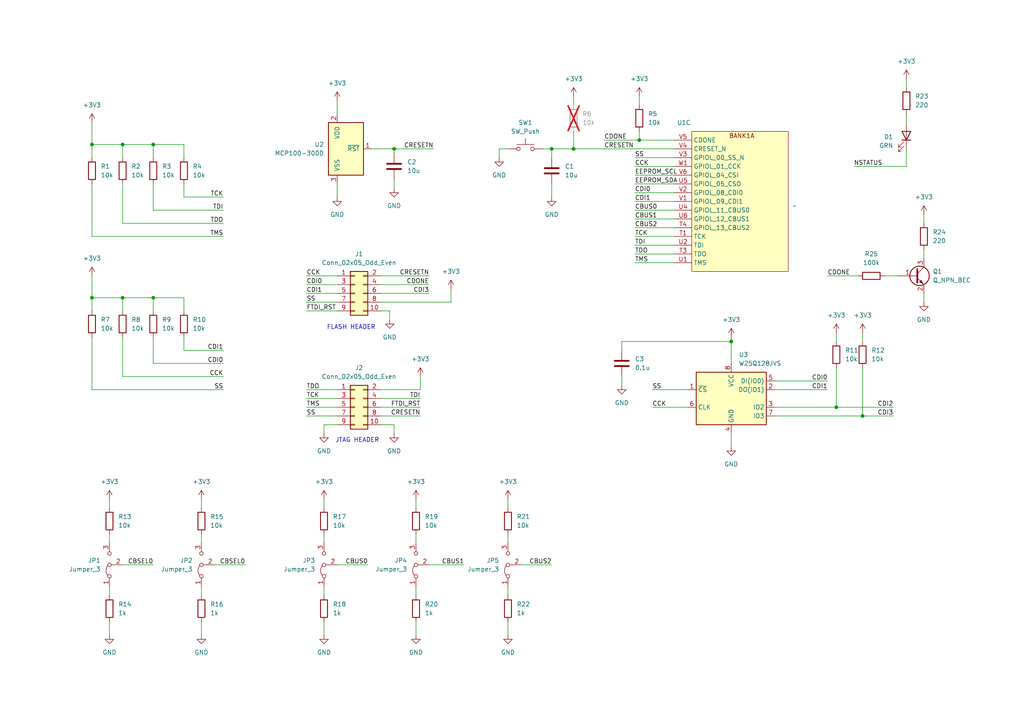
<source format=kicad_sch>
(kicad_sch (version 20231120) (generator "eeschema") (generator_version "8.0")
  (paper "A4")
  (junction (at 212.09 99.06))
  (junction (at 44.45 41.91))
  (junction (at 44.45 86.36))
  (junction (at 166.37 43.18))
  (junction (at 35.56 41.91))
  (junction (at 26.67 86.36))
  (junction (at 114.3 43.18))
  (junction (at 250.19 120.65))
  (junction (at 160.02 43.18))
  (junction (at 26.67 41.91))
  (junction (at 185.42 40.64))
  (junction (at 35.56 86.36))
  (junction (at 242.57 118.11))
  (wire (pts (xy 184.15 63.5) (xy 195.58 63.5)))
  (wire (pts (xy 31.75 154.94) (xy 31.75 157.48)))
  (wire (pts (xy 44.45 41.91) (xy 53.34 41.91)))
  (wire (pts (xy 44.45 53.34) (xy 44.45 60.96)))
  (wire (pts (xy 114.3 43.18) (xy 125.73 43.18)))
  (wire (pts (xy 35.56 109.22) (xy 64.77 109.22)))
  (wire (pts (xy 35.56 41.91) (xy 44.45 41.91)))
  (wire (pts (xy 114.3 43.18) (xy 114.3 44.45)))
  (wire (pts (xy 184.15 73.66) (xy 195.58 73.66)))
  (wire (pts (xy 62.23 163.83) (xy 71.12 163.83)))
  (wire (pts (xy 110.49 113.03) (xy 121.92 113.03)))
  (wire (pts (xy 113.03 92.71) (xy 113.03 90.17)))
  (wire (pts (xy 93.98 154.94) (xy 93.98 157.48)))
  (wire (pts (xy 31.75 170.18) (xy 31.75 172.72)))
  (wire (pts (xy 107.95 43.18) (xy 114.3 43.18)))
  (wire (pts (xy 224.79 110.49) (xy 240.03 110.49)))
  (wire (pts (xy 160.02 53.34) (xy 160.02 57.15)))
  (wire (pts (xy 240.03 80.01) (xy 248.92 80.01)))
  (wire (pts (xy 160.02 43.18) (xy 166.37 43.18)))
  (wire (pts (xy 185.42 40.64) (xy 195.58 40.64)))
  (wire (pts (xy 189.23 113.03) (xy 199.39 113.03)))
  (wire (pts (xy 110.49 80.01) (xy 124.46 80.01)))
  (wire (pts (xy 93.98 170.18) (xy 93.98 172.72)))
  (wire (pts (xy 184.15 68.58) (xy 195.58 68.58)))
  (wire (pts (xy 53.34 86.36) (xy 53.34 90.17)))
  (wire (pts (xy 110.49 82.55) (xy 124.46 82.55)))
  (wire (pts (xy 184.15 53.34) (xy 195.58 53.34)))
  (wire (pts (xy 147.32 154.94) (xy 147.32 157.48)))
  (wire (pts (xy 88.9 90.17) (xy 97.79 90.17)))
  (wire (pts (xy 35.56 86.36) (xy 35.56 90.17)))
  (wire (pts (xy 26.67 41.91) (xy 26.67 45.72)))
  (wire (pts (xy 26.67 68.58) (xy 64.77 68.58)))
  (wire (pts (xy 88.9 120.65) (xy 97.79 120.65)))
  (wire (pts (xy 58.42 170.18) (xy 58.42 172.72)))
  (wire (pts (xy 97.79 123.19) (xy 93.98 123.19)))
  (wire (pts (xy 262.89 48.26) (xy 247.65 48.26)))
  (wire (pts (xy 184.15 55.88) (xy 195.58 55.88)))
  (wire (pts (xy 160.02 43.18) (xy 160.02 45.72)))
  (wire (pts (xy 166.37 43.18) (xy 195.58 43.18)))
  (wire (pts (xy 157.48 43.18) (xy 160.02 43.18)))
  (wire (pts (xy 110.49 87.63) (xy 130.81 87.63)))
  (wire (pts (xy 26.67 86.36) (xy 35.56 86.36)))
  (wire (pts (xy 31.75 180.34) (xy 31.75 184.15)))
  (wire (pts (xy 114.3 125.73) (xy 114.3 123.19)))
  (wire (pts (xy 184.15 48.26) (xy 195.58 48.26)))
  (wire (pts (xy 53.34 53.34) (xy 53.34 57.15)))
  (wire (pts (xy 224.79 120.65) (xy 250.19 120.65)))
  (wire (pts (xy 184.15 76.2) (xy 195.58 76.2)))
  (wire (pts (xy 120.65 144.78) (xy 120.65 147.32)))
  (wire (pts (xy 114.3 52.07) (xy 114.3 54.61)))
  (wire (pts (xy 97.79 53.34) (xy 97.79 57.15)))
  (wire (pts (xy 26.67 53.34) (xy 26.67 68.58)))
  (wire (pts (xy 184.15 66.04) (xy 195.58 66.04)))
  (wire (pts (xy 250.19 120.65) (xy 259.08 120.65)))
  (wire (pts (xy 53.34 101.6) (xy 64.77 101.6)))
  (wire (pts (xy 147.32 144.78) (xy 147.32 147.32)))
  (wire (pts (xy 44.45 97.79) (xy 44.45 105.41)))
  (wire (pts (xy 130.81 87.63) (xy 130.81 83.82)))
  (wire (pts (xy 124.46 163.83) (xy 134.62 163.83)))
  (wire (pts (xy 184.15 71.12) (xy 195.58 71.12)))
  (wire (pts (xy 242.57 118.11) (xy 259.08 118.11)))
  (wire (pts (xy 180.34 99.06) (xy 180.34 101.6)))
  (wire (pts (xy 120.65 154.94) (xy 120.65 157.48)))
  (wire (pts (xy 35.56 86.36) (xy 44.45 86.36)))
  (wire (pts (xy 44.45 60.96) (xy 64.77 60.96)))
  (wire (pts (xy 35.56 53.34) (xy 35.56 64.77)))
  (wire (pts (xy 166.37 27.94) (xy 166.37 30.48)))
  (wire (pts (xy 26.67 80.01) (xy 26.67 86.36)))
  (wire (pts (xy 184.15 60.96) (xy 195.58 60.96)))
  (wire (pts (xy 120.65 170.18) (xy 120.65 172.72)))
  (wire (pts (xy 180.34 109.22) (xy 180.34 111.76)))
  (wire (pts (xy 110.49 118.11) (xy 121.92 118.11)))
  (wire (pts (xy 44.45 41.91) (xy 44.45 45.72)))
  (wire (pts (xy 93.98 144.78) (xy 93.98 147.32)))
  (wire (pts (xy 26.67 35.56) (xy 26.67 41.91)))
  (wire (pts (xy 26.67 86.36) (xy 26.67 90.17)))
  (wire (pts (xy 110.49 85.09) (xy 124.46 85.09)))
  (wire (pts (xy 88.9 85.09) (xy 97.79 85.09)))
  (wire (pts (xy 88.9 113.03) (xy 97.79 113.03)))
  (wire (pts (xy 212.09 99.06) (xy 212.09 105.41)))
  (wire (pts (xy 256.54 80.01) (xy 260.35 80.01)))
  (wire (pts (xy 262.89 43.18) (xy 262.89 48.26)))
  (wire (pts (xy 53.34 57.15) (xy 64.77 57.15)))
  (wire (pts (xy 26.67 97.79) (xy 26.67 113.03)))
  (wire (pts (xy 97.79 163.83) (xy 106.68 163.83)))
  (wire (pts (xy 147.32 170.18) (xy 147.32 172.72)))
  (wire (pts (xy 185.42 38.1) (xy 185.42 40.64)))
  (wire (pts (xy 110.49 120.65) (xy 121.92 120.65)))
  (wire (pts (xy 166.37 38.1) (xy 166.37 43.18)))
  (wire (pts (xy 120.65 180.34) (xy 120.65 184.15)))
  (wire (pts (xy 88.9 118.11) (xy 97.79 118.11)))
  (wire (pts (xy 53.34 97.79) (xy 53.34 101.6)))
  (wire (pts (xy 250.19 106.68) (xy 250.19 120.65)))
  (wire (pts (xy 184.15 50.8) (xy 195.58 50.8)))
  (wire (pts (xy 88.9 80.01) (xy 97.79 80.01)))
  (wire (pts (xy 31.75 144.78) (xy 31.75 147.32)))
  (wire (pts (xy 224.79 113.03) (xy 240.03 113.03)))
  (wire (pts (xy 267.97 85.09) (xy 267.97 87.63)))
  (wire (pts (xy 35.56 163.83) (xy 44.45 163.83)))
  (wire (pts (xy 242.57 96.52) (xy 242.57 99.06)))
  (wire (pts (xy 35.56 64.77) (xy 64.77 64.77)))
  (wire (pts (xy 184.15 58.42) (xy 195.58 58.42)))
  (wire (pts (xy 250.19 96.52) (xy 250.19 99.06)))
  (wire (pts (xy 97.79 29.21) (xy 97.79 33.02)))
  (wire (pts (xy 26.67 113.03) (xy 64.77 113.03)))
  (wire (pts (xy 175.26 40.64) (xy 185.42 40.64)))
  (wire (pts (xy 212.09 97.79) (xy 212.09 99.06)))
  (wire (pts (xy 113.03 90.17) (xy 110.49 90.17)))
  (wire (pts (xy 88.9 115.57) (xy 97.79 115.57)))
  (wire (pts (xy 151.13 163.83) (xy 160.02 163.83)))
  (wire (pts (xy 189.23 118.11) (xy 199.39 118.11)))
  (wire (pts (xy 180.34 99.06) (xy 212.09 99.06)))
  (wire (pts (xy 58.42 154.94) (xy 58.42 157.48)))
  (wire (pts (xy 110.49 115.57) (xy 121.92 115.57)))
  (wire (pts (xy 53.34 41.91) (xy 53.34 45.72)))
  (wire (pts (xy 44.45 105.41) (xy 64.77 105.41)))
  (wire (pts (xy 267.97 72.39) (xy 267.97 74.93)))
  (wire (pts (xy 144.78 43.18) (xy 147.32 43.18)))
  (wire (pts (xy 267.97 62.23) (xy 267.97 64.77)))
  (wire (pts (xy 121.92 113.03) (xy 121.92 109.22)))
  (wire (pts (xy 147.32 180.34) (xy 147.32 184.15)))
  (wire (pts (xy 144.78 45.72) (xy 144.78 43.18)))
  (wire (pts (xy 58.42 144.78) (xy 58.42 147.32)))
  (wire (pts (xy 26.67 41.91) (xy 35.56 41.91)))
  (wire (pts (xy 88.9 87.63) (xy 97.79 87.63)))
  (wire (pts (xy 93.98 123.19) (xy 93.98 125.73)))
  (wire (pts (xy 184.15 45.72) (xy 195.58 45.72)))
  (wire (pts (xy 242.57 106.68) (xy 242.57 118.11)))
  (wire (pts (xy 114.3 123.19) (xy 110.49 123.19)))
  (wire (pts (xy 88.9 82.55) (xy 97.79 82.55)))
  (wire (pts (xy 224.79 118.11) (xy 242.57 118.11)))
  (wire (pts (xy 58.42 180.34) (xy 58.42 184.15)))
  (wire (pts (xy 44.45 86.36) (xy 44.45 90.17)))
  (wire (pts (xy 262.89 22.86) (xy 262.89 25.4)))
  (wire (pts (xy 185.42 27.94) (xy 185.42 30.48)))
  (wire (pts (xy 35.56 97.79) (xy 35.56 109.22)))
  (wire (pts (xy 212.09 125.73) (xy 212.09 129.54)))
  (wire (pts (xy 93.98 180.34) (xy 93.98 184.15)))
  (wire (pts (xy 35.56 41.91) (xy 35.56 45.72)))
  (wire (pts (xy 44.45 86.36) (xy 53.34 86.36)))
  (wire (pts (xy 262.89 33.02) (xy 262.89 35.56)))
  (text "FLASH HEADER" (at 101.854 94.996 0) (effects (font (size 1.27 1.27))))
  (text "JTAG HEADER" (at 103.632 127.762 0) (effects (font (size 1.27 1.27))))
  (label "CCK" (at 189.23 118.11 0))
  (label "TDI" (at 121.92 115.57 180))
  (label "CDI1" (at 184.15 58.42 0))
  (label "TDO" (at 64.77 64.77 180))
  (label "CDI0" (at 240.03 110.49 180))
  (label "CBUS0" (at 184.15 60.96 0))
  (label "TCK" (at 88.9 115.57 0))
  (label "SS" (at 88.9 87.63 0))
  (label "CCK" (at 88.9 80.01 0))
  (label "CDONE" (at 240.03 80.01 0))
  (label "CDI1" (at 64.77 101.6 180))
  (label "CDI2" (at 259.08 118.11 180))
  (label "CBUS2" (at 160.02 163.83 180))
  (label "TDO" (at 184.15 73.66 0))
  (label "SS" (at 64.77 113.03 180))
  (label "CDONE" (at 175.26 40.64 0))
  (label "TCK" (at 184.15 68.58 0))
  (label "TMS" (at 184.15 76.2 0))
  (label "TMS" (at 64.77 68.58 180))
  (label "EEPROM_SDA" (at 184.15 53.34 0))
  (label "TCK" (at 64.77 57.15 180))
  (label "TDI" (at 184.15 71.12 0))
  (label "CDI1" (at 240.03 113.03 180))
  (label "CDI1" (at 88.9 85.09 0))
  (label "CBUS0" (at 106.68 163.83 180))
  (label "CRESETN" (at 125.73 43.18 180))
  (label "CDI0" (at 88.9 82.55 0))
  (label "CDONE" (at 124.46 82.55 180))
  (label "CBSEL0" (at 71.12 163.83 180))
  (label "CDI3" (at 124.46 85.09 180))
  (label "FTDI_RST" (at 121.92 118.11 180))
  (label "NSTATUS" (at 247.65 48.26 0))
  (label "SS" (at 189.23 113.03 0))
  (label "SS" (at 88.9 120.65 0))
  (label "CRESETN" (at 121.92 120.65 180))
  (label "CDI3" (at 259.08 120.65 180))
  (label "CBUS1" (at 184.15 63.5 0))
  (label "CRESETN" (at 175.26 43.18 0))
  (label "EEPROM_SCL" (at 184.15 50.8 0))
  (label "FTDI_RST" (at 88.9 90.17 0))
  (label "CBSEL0" (at 44.45 163.83 180))
  (label "SS" (at 184.15 45.72 0))
  (label "CCK" (at 64.77 109.22 180))
  (label "CDI0" (at 184.15 55.88 0))
  (label "CBUS1" (at 134.62 163.83 180))
  (label "CCK" (at 184.15 48.26 0))
  (label "CRESETN" (at 124.46 80.01 180))
  (label "TMS" (at 88.9 118.11 0))
  (label "CDI0" (at 64.77 105.41 180))
  (label "TDO" (at 88.9 113.03 0))
  (label "CBUS2" (at 184.15 66.04 0))
  (label "TDI" (at 64.77 60.96 180))
  (symbol (lib_id "power:GND") (at 58.42 184.15 0) (unit 1)
    (property "Reference" "#PWR018" (effects (hide yes)))
    (property "Value" "GND" (at 58.42 189.23 0))
    (property "Description" "Power symbol creates a global label with name \"GND\" , ground" (effects (hide yes)))
  )
  (symbol (lib_id "power:GND") (at 93.98 125.73 0) (mirror y) (unit 1)
    (property "Reference" "#PWR029" (effects (hide yes)))
    (property "Value" "GND" (at 93.98 130.81 0))
    (property "Description" "Power symbol creates a global label with name \"GND\" , ground" (effects (hide yes)))
  )
  (symbol (lib_id "power:GND") (at 113.03 92.71 0) (unit 1)
    (property "Reference" "#PWR026" (effects (hide yes)))
    (property "Value" "GND" (at 113.03 97.79 0))
    (property "Description" "Power symbol creates a global label with name \"GND\" , ground" (effects (hide yes)))
  )
  (symbol (lib_id "power:+3V3") (at 58.42 144.78 0) (unit 1)
    (property "Reference" "#PWR017" (effects (hide yes)))
    (property "Value" "+3V3" (at 58.42 139.7 0))
    (property "Description" "Power symbol creates a global label with name \"+3V3\"" (effects (hide yes)))
  )
  (symbol (lib_id "power:GND") (at 120.65 184.15 0) (unit 1)
    (property "Reference" "#PWR022" (effects (hide yes)))
    (property "Value" "GND" (at 120.65 189.23 0))
    (property "Description" "Power symbol creates a global label with name \"GND\" , ground" (effects (hide yes)))
  )
  (symbol (lib_id "Device:R") (at 242.57 102.87 0) (unit 1)
    (property "Reference" "R11" (at 245.11 101.5999 0) (effects (justify left)))
    (property "Value" "10k" (at 245.11 104.1399 0) (effects (justify left)))
    (property "Description" "Resistor" (effects (hide yes)))
  )
  (symbol (lib_id "power:GND") (at 212.09 129.54 0) (unit 1)
    (property "Reference" "#PWR010" (effects (hide yes)))
    (property "Value" "GND" (at 212.09 134.62 0))
    (property "Description" "Power symbol creates a global label with name \"GND\" , ground" (effects (hide yes)))
  )
  (symbol (lib_id "power:+3V3") (at 120.65 144.78 0) (unit 1)
    (property "Reference" "#PWR021" (effects (hide yes)))
    (property "Value" "+3V3" (at 120.65 139.7 0))
    (property "Description" "Power symbol creates a global label with name \"+3V3\"" (effects (hide yes)))
  )
  (symbol (lib_id "power:+3V3") (at 130.81 83.82 0) (unit 1)
    (property "Reference" "#PWR025" (effects (hide yes)))
    (property "Value" "+3V3" (at 130.81 78.74 0))
    (property "Description" "Power symbol creates a global label with name \"+3V3\"" (effects (hide yes)))
  )
  (symbol (lib_id "Device:R") (at 58.42 151.13 180) (unit 1)
    (property "Reference" "R15" (at 60.96 149.8599 0) (effects (justify right)))
    (property "Value" "10k" (at 60.96 152.3999 0) (effects (justify right)))
    (property "Description" "Resistor" (effects (hide yes)))
  )
  (symbol (lib_id "Device:LED") (at 262.89 39.37 270) (mirror x) (unit 1)
    (property "Reference" "D1" (at 259.08 39.6874 90) (effects (justify right)))
    (property "Value" "GRN" (at 259.08 42.2274 90) (effects (justify right)))
    (property "Description" "Light emitting diode" (effects (hide yes)))
  )
  (symbol (lib_id "power:GND") (at 144.78 45.72 0) (unit 1)
    (property "Reference" "#PWR03" (effects (hide yes)))
    (property "Value" "GND" (at 144.78 50.8 0))
    (property "Description" "Power symbol creates a global label with name \"GND\" , ground" (effects (hide yes)))
  )
  (symbol (lib_id "Device:R") (at 31.75 176.53 0) (unit 1)
    (property "Reference" "R14" (at 34.29 175.2599 0) (effects (justify left)))
    (property "Value" "1k" (at 34.29 177.7999 0) (effects (justify left)))
    (property "Description" "Resistor" (effects (hide yes)))
  )
  (symbol (lib_id "power:GND") (at 93.98 184.15 0) (unit 1)
    (property "Reference" "#PWR020" (effects (hide yes)))
    (property "Value" "GND" (at 93.98 189.23 0))
    (property "Description" "Power symbol creates a global label with name \"GND\" , ground" (effects (hide yes)))
  )
  (symbol (lib_id "Device:R") (at 35.56 49.53 0) (unit 1)
    (property "Reference" "R2" (at 38.1 48.2599 0) (effects (justify left)))
    (property "Value" "10k" (at 38.1 50.7999 0) (effects (justify left)))
    (property "Description" "Resistor" (effects (hide yes)))
  )
  (symbol (lib_id "power:+3V3") (at 26.67 35.56 0) (unit 1)
    (property "Reference" "#PWR01" (effects (hide yes)))
    (property "Value" "+3V3" (at 26.67 30.48 0))
    (property "Description" "Power symbol creates a global label with name \"+3V3\"" (effects (hide yes)))
  )
  (symbol (lib_id "power:GND") (at 267.97 87.63 0) (unit 1)
    (property "Reference" "#PWR032" (effects (hide yes)))
    (property "Value" "GND" (at 267.97 92.71 0))
    (property "Description" "Power symbol creates a global label with name \"GND\" , ground" (effects (hide yes)))
  )
  (symbol (lib_id "Device:R") (at 147.32 151.13 180) (unit 1)
    (property "Reference" "R21" (at 149.86 149.8599 0) (effects (justify right)))
    (property "Value" "10k" (at 149.86 152.3999 0) (effects (justify right)))
    (property "Description" "Resistor" (effects (hide yes)))
  )
  (symbol (lib_id "power:+3V3") (at 147.32 144.78 0) (unit 1)
    (property "Reference" "#PWR023" (effects (hide yes)))
    (property "Value" "+3V3" (at 147.32 139.7 0))
    (property "Description" "Power symbol creates a global label with name \"+3V3\"" (effects (hide yes)))
  )
  (symbol (lib_id "Device:R") (at 250.19 102.87 0) (unit 1)
    (property "Reference" "R12" (at 252.73 101.5999 0) (effects (justify left)))
    (property "Value" "10k" (at 252.73 104.1399 0) (effects (justify left)))
    (property "Description" "Resistor" (effects (hide yes)))
  )
  (symbol (lib_id "Device:R") (at 58.42 176.53 0) (unit 1)
    (property "Reference" "R16" (at 60.96 175.2599 0) (effects (justify left)))
    (property "Value" "1k" (at 60.96 177.7999 0) (effects (justify left)))
    (property "Description" "Resistor" (effects (hide yes)))
  )
  (symbol (lib_id "power:+3V3") (at 93.98 144.78 0) (unit 1)
    (property "Reference" "#PWR019" (effects (hide yes)))
    (property "Value" "+3V3" (at 93.98 139.7 0))
    (property "Description" "Power symbol creates a global label with name \"+3V3\"" (effects (hide yes)))
  )
  (symbol (lib_id "power:GND") (at 97.79 57.15 0) (unit 1)
    (property "Reference" "#PWR07" (effects (hide yes)))
    (property "Value" "GND" (at 97.79 62.23 0))
    (property "Description" "Power symbol creates a global label with name \"GND\" , ground" (effects (hide yes)))
  )
  (symbol (lib_id "Jumper:Jumper_3_Bridged12") (at 58.42 163.83 90) (unit 1)
    (property "Reference" "JP2" (at 55.88 162.5599 90) (effects (justify left)))
    (property "Value" "Jumper_3" (at 55.88 165.0999 90) (effects (justify left)))
    (property "Description" "Jumper, 3-pole, pins 1+2 closed/bridged" (effects (hide yes)))
  )
  (symbol (lib_id "Device:R") (at 31.75 151.13 180) (unit 1)
    (property "Reference" "R13" (at 34.29 149.8599 0) (effects (justify right)))
    (property "Value" "10k" (at 34.29 152.3999 0) (effects (justify right)))
    (property "Description" "Resistor" (effects (hide yes)))
  )
  (symbol (lib_id "Jumper:Jumper_3_Bridged12") (at 93.98 163.83 90) (unit 1)
    (property "Reference" "JP3" (at 91.44 162.5599 90) (effects (justify left)))
    (property "Value" "Jumper_3" (at 91.44 165.0999 90) (effects (justify left)))
    (property "Description" "Jumper, 3-pole, pins 1+2 closed/bridged" (effects (hide yes)))
  )
  (symbol (lib_id "Device:R") (at 166.37 34.29 0) (unit 1) (dnp yes)
    (property "Reference" "R6" (at 168.91 33.0199 0) (effects (justify left)))
    (property "Value" "10k" (at 168.91 35.5599 0) (effects (justify left)))
    (property "Description" "Resistor" (effects (hide yes)))
  )
  (symbol (lib_id "power:+3V3") (at 121.92 109.22 0) (unit 1)
    (property "Reference" "#PWR027" (effects (hide yes)))
    (property "Value" "+3V3" (at 121.92 104.14 0))
    (property "Description" "Power symbol creates a global label with name \"+3V3\"" (effects (hide yes)))
  )
  (symbol (lib_id "power:+3V3") (at 212.09 97.79 0) (unit 1)
    (property "Reference" "#PWR011" (effects (hide yes)))
    (property "Value" "+3V3" (at 212.09 92.71 0))
    (property "Description" "Power symbol creates a global label with name \"+3V3\"" (effects (hide yes)))
  )
  (symbol (lib_id "Device:R") (at 93.98 151.13 180) (unit 1)
    (property "Reference" "R17" (at 96.52 149.8599 0) (effects (justify right)))
    (property "Value" "10k" (at 96.52 152.3999 0) (effects (justify right)))
    (property "Description" "Resistor" (effects (hide yes)))
  )
  (symbol (lib_id "IC:T120F484") (at 195.58 38.1 0) (unit 3)
    (property "Reference" "U1" (at 196.342 35.56 0) (effects (justify left)))
    (property "Value" "~" (at 229.87 59.69 0) (effects (justify left)))
    (property "Footprint" "Package_BGA:BGA-484_22x22_18.0x18.0mm" (effects (hide yes)))
    (property "Digikey" "https://www.digikey.com/en/products/detail/efinix-inc/T120F484I4/11591378" (effects (hide yes)))
  )
  (symbol (lib_id "power:+3V3") (at 97.79 29.21 0) (unit 1)
    (property "Reference" "#PWR06" (effects (hide yes)))
    (property "Value" "+3V3" (at 97.79 24.13 0))
    (property "Description" "Power symbol creates a global label with name \"+3V3\"" (effects (hide yes)))
  )
  (symbol (lib_id "power:GND") (at 147.32 184.15 0) (unit 1)
    (property "Reference" "#PWR024" (effects (hide yes)))
    (property "Value" "GND" (at 147.32 189.23 0))
    (property "Description" "Power symbol creates a global label with name \"GND\" , ground" (effects (hide yes)))
  )
  (symbol (lib_id "Device:R") (at 185.42 34.29 0) (unit 1)
    (property "Reference" "R5" (at 187.96 33.0199 0) (effects (justify left)))
    (property "Value" "10k" (at 187.96 35.5599 0) (effects (justify left)))
    (property "Description" "Resistor" (effects (hide yes)))
  )
  (symbol (lib_id "Device:R") (at 267.97 68.58 0) (unit 1)
    (property "Reference" "R24" (at 270.51 67.3099 0) (effects (justify left)))
    (property "Value" "220" (at 270.51 69.8499 0) (effects (justify left)))
    (property "Description" "Resistor" (effects (hide yes)))
  )
  (symbol (lib_id "Jumper:Jumper_3_Bridged12") (at 31.75 163.83 90) (unit 1)
    (property "Reference" "JP1" (at 29.21 162.5599 90) (effects (justify left)))
    (property "Value" "Jumper_3" (at 29.21 165.0999 90) (effects (justify left)))
    (property "Description" "Jumper, 3-pole, pins 1+2 closed/bridged" (effects (hide yes)))
  )
  (symbol (lib_id "Switch:SW_Push") (at 152.4 43.18 0) (unit 1)
    (property "Reference" "SW1" (at 152.4 35.56 0))
    (property "Value" "SW_Push" (at 152.4 38.1 0))
    (property "Description" "Push button switch, generic, two pins" (effects (hide yes)))
  )
  (symbol (lib_id "Device:R") (at 120.65 151.13 180) (unit 1)
    (property "Reference" "R19" (at 123.19 149.8599 0) (effects (justify right)))
    (property "Value" "10k" (at 123.19 152.3999 0) (effects (justify right)))
    (property "Description" "Resistor" (effects (hide yes)))
  )
  (symbol (lib_id "Device:R") (at 44.45 93.98 0) (unit 1)
    (property "Reference" "R9" (at 46.99 92.7099 0) (effects (justify left)))
    (property "Value" "10k" (at 46.99 95.2499 0) (effects (justify left)))
    (property "Description" "Resistor" (effects (hide yes)))
  )
  (symbol (lib_id "Jumper:Jumper_3_Bridged12") (at 147.32 163.83 90) (unit 1)
    (property "Reference" "JP5" (at 144.78 162.5599 90) (effects (justify left)))
    (property "Value" "Jumper_3" (at 144.78 165.0999 90) (effects (justify left)))
    (property "Description" "Jumper, 3-pole, pins 1+2 closed/bridged" (effects (hide yes)))
  )
  (symbol (lib_id "Connector_Generic:Conn_02x05_Odd_Even") (at 102.87 118.11 0) (unit 1)
    (property "Reference" "J2" (at 104.14 106.68 0))
    (property "Value" "Conn_02x05_Odd_Even" (at 104.14 109.22 0))
    (property "Description" "Generic connector, double row, 02x05, odd/even pin numbering scheme (row 1 odd numbers, row 2 even numbers), script generated (kicad-library-utils/schlib/autogen/connector/)" (effects (hide yes)))
  )
  (symbol (lib_id "Device:R") (at 53.34 93.98 0) (unit 1)
    (property "Reference" "R10" (at 55.88 92.7099 0) (effects (justify left)))
    (property "Value" "10k" (at 55.88 95.2499 0) (effects (justify left)))
    (property "Description" "Resistor" (effects (hide yes)))
  )
  (symbol (lib_id "Connector_Generic:Conn_02x05_Odd_Even") (at 102.87 85.09 0) (unit 1)
    (property "Reference" "J1" (at 104.14 73.66 0))
    (property "Value" "Conn_02x05_Odd_Even" (at 104.14 76.2 0))
    (property "Description" "Generic connector, double row, 02x05, odd/even pin numbering scheme (row 1 odd numbers, row 2 even numbers), script generated (kicad-library-utils/schlib/autogen/connector/)" (effects (hide yes)))
  )
  (symbol (lib_id "power:+3V3") (at 250.19 96.52 0) (unit 1)
    (property "Reference" "#PWR013" (effects (hide yes)))
    (property "Value" "+3V3" (at 250.19 91.44 0))
    (property "Description" "Power symbol creates a global label with name \"+3V3\"" (effects (hide yes)))
  )
  (symbol (lib_id "Device:R") (at 93.98 176.53 0) (unit 1)
    (property "Reference" "R18" (at 96.52 175.2599 0) (effects (justify left)))
    (property "Value" "1k" (at 96.52 177.7999 0) (effects (justify left)))
    (property "Description" "Resistor" (effects (hide yes)))
  )
  (symbol (lib_id "Device:R") (at 252.73 80.01 90) (unit 1)
    (property "Reference" "R25" (at 252.73 73.66 90))
    (property "Value" "100k" (at 252.73 76.2 90))
    (property "Description" "Resistor" (effects (hide yes)))
  )
  (symbol (lib_id "power:+3V3") (at 26.67 80.01 0) (unit 1)
    (property "Reference" "#PWR09" (effects (hide yes)))
    (property "Value" "+3V3" (at 26.67 74.93 0))
    (property "Description" "Power symbol creates a global label with name \"+3V3\"" (effects (hide yes)))
  )
  (symbol (lib_id "power:+3V3") (at 166.37 27.94 0) (unit 1)
    (property "Reference" "#PWR04" (effects (hide yes)))
    (property "Value" "+3V3" (at 166.37 22.86 0))
    (property "Description" "Power symbol creates a global label with name \"+3V3\"" (effects (hide yes)))
  )
  (symbol (lib_id "Device:R") (at 147.32 176.53 0) (unit 1)
    (property "Reference" "R22" (at 149.86 175.2599 0) (effects (justify left)))
    (property "Value" "1k" (at 149.86 177.7999 0) (effects (justify left)))
    (property "Description" "Resistor" (effects (hide yes)))
  )
  (symbol (lib_id "Memory_Flash:W25Q128JVS") (at 212.09 115.57 0) (unit 1)
    (property "Reference" "U3" (at 214.2841 102.87 0) (effects (justify left)))
    (property "Value" "W25Q128JVS" (at 214.2841 105.41 0) (effects (justify left)))
    (property "Footprint" "Package_SO:SOIC-8_5.23x5.23mm_P1.27mm" (effects (hide yes)))
    (property "Datasheet" "http://www.winbond.com/resource-files/w25q128jv_dtr%20revc%2003272018%20plus.pdf" (effects (hide yes)))
    (property "Description" "128Mb Serial Flash Memory, Standard/Dual/Quad SPI, SOIC-8" (effects (hide yes)))
  )
  (symbol (lib_id "Device:R") (at 53.34 49.53 0) (unit 1)
    (property "Reference" "R4" (at 55.88 48.2599 0) (effects (justify left)))
    (property "Value" "10k" (at 55.88 50.7999 0) (effects (justify left)))
    (property "Description" "Resistor" (effects (hide yes)))
  )
  (symbol (lib_id "Device:R") (at 26.67 49.53 0) (unit 1)
    (property "Reference" "R1" (at 29.21 48.2599 0) (effects (justify left)))
    (property "Value" "10k" (at 29.21 50.7999 0) (effects (justify left)))
    (property "Description" "Resistor" (effects (hide yes)))
  )
  (symbol (lib_id "power:GND") (at 160.02 57.15 0) (unit 1)
    (property "Reference" "#PWR05" (effects (hide yes)))
    (property "Value" "GND" (at 160.02 62.23 0))
    (property "Description" "Power symbol creates a global label with name \"GND\" , ground" (effects (hide yes)))
  )
  (symbol (lib_id "Device:C") (at 160.02 49.53 0) (unit 1)
    (property "Reference" "C1" (at 163.83 48.2599 0) (effects (justify left)))
    (property "Value" "10u" (at 163.83 50.7999 0) (effects (justify left)))
    (property "Description" "Unpolarized capacitor" (effects (hide yes)))
  )
  (symbol (lib_id "Device:R") (at 35.56 93.98 0) (unit 1)
    (property "Reference" "R8" (at 38.1 92.7099 0) (effects (justify left)))
    (property "Value" "10k" (at 38.1 95.2499 0) (effects (justify left)))
    (property "Description" "Resistor" (effects (hide yes)))
  )
  (symbol (lib_id "power:+3V3") (at 242.57 96.52 0) (unit 1)
    (property "Reference" "#PWR012" (effects (hide yes)))
    (property "Value" "+3V3" (at 242.57 91.44 0))
    (property "Description" "Power symbol creates a global label with name \"+3V3\"" (effects (hide yes)))
  )
  (symbol (lib_id "power:GND") (at 31.75 184.15 0) (unit 1)
    (property "Reference" "#PWR016" (effects (hide yes)))
    (property "Value" "GND" (at 31.75 189.23 0))
    (property "Description" "Power symbol creates a global label with name \"GND\" , ground" (effects (hide yes)))
  )
  (symbol (lib_id "Device:Q_NPN_BEC") (at 265.43 80.01 0) (unit 1)
    (property "Reference" "Q1" (at 270.51 78.7399 0) (effects (justify left)))
    (property "Value" "Q_NPN_BEC" (at 270.51 81.2799 0) (effects (justify left)))
    (property "Description" "NPN transistor, base/emitter/collector" (effects (hide yes)))
  )
  (symbol (lib_id "Power_Supervisor:MCP100-300D") (at 100.33 43.18 0) (unit 1)
    (property "Reference" "U2" (at 93.98 41.9099 0) (effects (justify right)))
    (property "Value" "MCP100-300D" (at 93.98 44.4499 0) (effects (justify right)))
    (property "Footprint" "Package_TO_SOT_SMD:SOT-23" (effects (hide yes)))
    (property "Datasheet" "http://ww1.microchip.com/downloads/en/DeviceDoc/11187f.pdf" (effects (hide yes)))
    (property "Description" "Microcontroller reset monitor, 3.00V threshold, active low output" (effects (hide yes)))
  )
  (symbol (lib_id "power:GND") (at 114.3 125.73 0) (unit 1)
    (property "Reference" "#PWR028" (effects (hide yes)))
    (property "Value" "GND" (at 114.3 130.81 0))
    (property "Description" "Power symbol creates a global label with name \"GND\" , ground" (effects (hide yes)))
  )
  (symbol (lib_id "power:+3V3") (at 185.42 27.94 0) (unit 1)
    (property "Reference" "#PWR02" (effects (hide yes)))
    (property "Value" "+3V3" (at 185.42 22.86 0))
    (property "Description" "Power symbol creates a global label with name \"+3V3\"" (effects (hide yes)))
  )
  (symbol (lib_id "Device:R") (at 26.67 93.98 0) (unit 1)
    (property "Reference" "R7" (at 29.21 92.7099 0) (effects (justify left)))
    (property "Value" "10k" (at 29.21 95.2499 0) (effects (justify left)))
    (property "Description" "Resistor" (effects (hide yes)))
  )
  (symbol (lib_id "Device:R") (at 44.45 49.53 0) (unit 1)
    (property "Reference" "R3" (at 46.99 48.2599 0) (effects (justify left)))
    (property "Value" "10k" (at 46.99 50.7999 0) (effects (justify left)))
    (property "Description" "Resistor" (effects (hide yes)))
  )
  (symbol (lib_id "Device:R") (at 120.65 176.53 0) (unit 1)
    (property "Reference" "R20" (at 123.19 175.2599 0) (effects (justify left)))
    (property "Value" "1k" (at 123.19 177.7999 0) (effects (justify left)))
    (property "Description" "Resistor" (effects (hide yes)))
  )
  (symbol (lib_id "power:+3V3") (at 262.89 22.86 0) (unit 1)
    (property "Reference" "#PWR030" (effects (hide yes)))
    (property "Value" "+3V3" (at 262.89 17.78 0))
    (property "Description" "Power symbol creates a global label with name \"+3V3\"" (effects (hide yes)))
  )
  (symbol (lib_id "Device:R") (at 262.89 29.21 0) (unit 1)
    (property "Reference" "R23" (at 265.43 27.9399 0) (effects (justify left)))
    (property "Value" "220" (at 265.43 30.4799 0) (effects (justify left)))
    (property "Description" "Resistor" (effects (hide yes)))
  )
  (symbol (lib_id "power:+3V3") (at 267.97 62.23 0) (unit 1)
    (property "Reference" "#PWR031" (effects (hide yes)))
    (property "Value" "+3V3" (at 267.97 57.15 0))
    (property "Description" "Power symbol creates a global label with name \"+3V3\"" (effects (hide yes)))
  )
  (symbol (lib_id "power:GND") (at 114.3 54.61 0) (unit 1)
    (property "Reference" "#PWR08" (effects (hide yes)))
    (property "Value" "GND" (at 114.3 59.69 0))
    (property "Description" "Power symbol creates a global label with name \"GND\" , ground" (effects (hide yes)))
  )
  (symbol (lib_id "power:+3V3") (at 31.75 144.78 0) (unit 1)
    (property "Reference" "#PWR015" (effects (hide yes)))
    (property "Value" "+3V3" (at 31.75 139.7 0))
    (property "Description" "Power symbol creates a global label with name \"+3V3\"" (effects (hide yes)))
  )
  (symbol (lib_id "Device:C") (at 180.34 105.41 0) (unit 1)
    (property "Reference" "C3" (at 184.15 104.1399 0) (effects (justify left)))
    (property "Value" "0.1u" (at 184.15 106.6799 0) (effects (justify left)))
    (property "Description" "Unpolarized capacitor" (effects (hide yes)))
  )
  (symbol (lib_id "power:GND") (at 180.34 111.76 0) (unit 1)
    (property "Reference" "#PWR014" (effects (hide yes)))
    (property "Value" "GND" (at 180.34 116.84 0))
    (property "Description" "Power symbol creates a global label with name \"GND\" , ground" (effects (hide yes)))
  )
  (symbol (lib_id "Jumper:Jumper_3_Bridged12") (at 120.65 163.83 90) (unit 1)
    (property "Reference" "JP4" (at 118.11 162.5599 90) (effects (justify left)))
    (property "Value" "Jumper_3" (at 118.11 165.0999 90) (effects (justify left)))
    (property "Description" "Jumper, 3-pole, pins 1+2 closed/bridged" (effects (hide yes)))
  )
  (symbol (lib_id "Device:C") (at 114.3 48.26 0) (unit 1)
    (property "Reference" "C2" (at 118.11 46.9899 0) (effects (justify left)))
    (property "Value" "10u" (at 118.11 49.5299 0) (effects (justify left)))
    (property "Description" "Unpolarized capacitor" (effects (hide yes)))
  )
)
</source>
